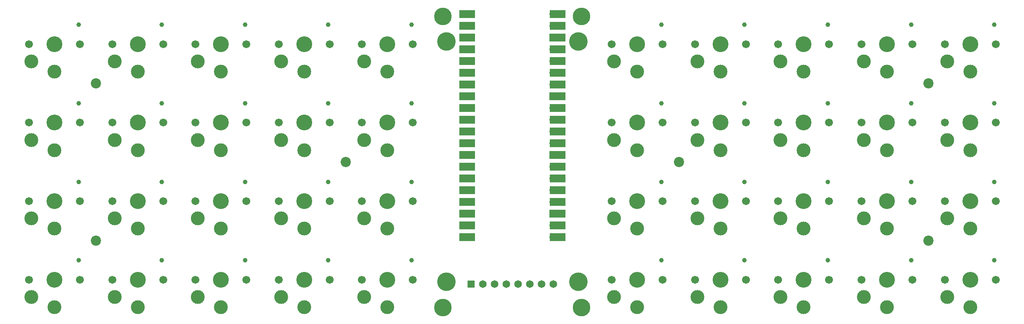
<source format=gbr>
G04 #@! TF.GenerationSoftware,KiCad,Pcbnew,(6.0.4-0)*
G04 #@! TF.CreationDate,2022-10-01T00:01:48-05:00*
G04 #@! TF.ProjectId,keezyboost40,6b65657a-7962-46f6-9f73-7434302e6b69,rev?*
G04 #@! TF.SameCoordinates,Original*
G04 #@! TF.FileFunction,Soldermask,Top*
G04 #@! TF.FilePolarity,Negative*
%FSLAX46Y46*%
G04 Gerber Fmt 4.6, Leading zero omitted, Abs format (unit mm)*
G04 Created by KiCad (PCBNEW (6.0.4-0)) date 2022-10-01 00:01:48*
%MOMM*%
%LPD*%
G01*
G04 APERTURE LIST*
%ADD10C,3.429000*%
%ADD11C,0.990600*%
%ADD12C,1.701800*%
%ADD13C,3.000000*%
%ADD14C,2.200000*%
%ADD15C,3.800000*%
%ADD16C,4.000000*%
%ADD17R,1.650000X1.650000*%
%ADD18C,1.650000*%
%ADD19O,1.700000X1.700000*%
%ADD20R,3.500000X1.700000*%
%ADD21R,1.700000X1.700000*%
G04 APERTURE END LIST*
D10*
X202000000Y-55000000D03*
D11*
X207220000Y-50800000D03*
D12*
X196500000Y-55000000D03*
D13*
X202000000Y-60950000D03*
D12*
X207500000Y-55000000D03*
D13*
X197000000Y-58750000D03*
D12*
X52500000Y-38000000D03*
X63500000Y-38000000D03*
D11*
X63220000Y-33800000D03*
D13*
X53000000Y-41750000D03*
D10*
X58000000Y-38000000D03*
D13*
X58000000Y-43950000D03*
D11*
X99220000Y-16800000D03*
D12*
X88500000Y-21000000D03*
X99500000Y-21000000D03*
D13*
X89000000Y-24750000D03*
D10*
X94000000Y-21000000D03*
D13*
X94000000Y-26950000D03*
D14*
X85000000Y-46500000D03*
D11*
X81220000Y-67800000D03*
D13*
X76000000Y-77950000D03*
X71000000Y-75750000D03*
D12*
X70500000Y-72000000D03*
D10*
X76000000Y-72000000D03*
D12*
X81500000Y-72000000D03*
D13*
X148000000Y-77950000D03*
D12*
X142500000Y-72000000D03*
D10*
X148000000Y-72000000D03*
D11*
X153220000Y-67800000D03*
D13*
X143000000Y-75750000D03*
D12*
X153500000Y-72000000D03*
D11*
X189220000Y-16800000D03*
D12*
X189500000Y-21000000D03*
D13*
X179000000Y-24750000D03*
D12*
X178500000Y-21000000D03*
D13*
X184000000Y-26950000D03*
D10*
X184000000Y-21000000D03*
D13*
X22000000Y-26950000D03*
X17000000Y-24750000D03*
D11*
X27220000Y-16800000D03*
D12*
X27500000Y-21000000D03*
X16500000Y-21000000D03*
D10*
X22000000Y-21000000D03*
D13*
X35000000Y-41750000D03*
X40000000Y-43950000D03*
D12*
X34500000Y-38000000D03*
D11*
X45220000Y-33800000D03*
D12*
X45500000Y-38000000D03*
D10*
X40000000Y-38000000D03*
D11*
X81220000Y-33800000D03*
D13*
X71000000Y-41750000D03*
D12*
X81500000Y-38000000D03*
D10*
X76000000Y-38000000D03*
D12*
X70500000Y-38000000D03*
D13*
X76000000Y-43950000D03*
D12*
X45500000Y-72000000D03*
D13*
X35000000Y-75750000D03*
D12*
X34500000Y-72000000D03*
D10*
X40000000Y-72000000D03*
D11*
X45220000Y-67800000D03*
D13*
X40000000Y-77950000D03*
X220000000Y-43950000D03*
D12*
X214500000Y-38000000D03*
X225500000Y-38000000D03*
D13*
X215000000Y-41750000D03*
D10*
X220000000Y-38000000D03*
D11*
X225220000Y-33800000D03*
D10*
X22000000Y-55000000D03*
D12*
X27500000Y-55000000D03*
D11*
X27220000Y-50800000D03*
D12*
X16500000Y-55000000D03*
D13*
X17000000Y-58750000D03*
X22000000Y-60950000D03*
D12*
X34500000Y-21000000D03*
D11*
X45220000Y-16800000D03*
D10*
X40000000Y-21000000D03*
D13*
X35000000Y-24750000D03*
D12*
X45500000Y-21000000D03*
D13*
X40000000Y-26950000D03*
D12*
X99500000Y-72000000D03*
X88500000Y-72000000D03*
D13*
X89000000Y-75750000D03*
D11*
X99220000Y-67800000D03*
D13*
X94000000Y-77950000D03*
D10*
X94000000Y-72000000D03*
D13*
X197000000Y-24750000D03*
D12*
X196500000Y-21000000D03*
D10*
X202000000Y-21000000D03*
D13*
X202000000Y-26950000D03*
D11*
X207220000Y-16800000D03*
D12*
X207500000Y-21000000D03*
D11*
X207220000Y-67800000D03*
D13*
X197000000Y-75750000D03*
D12*
X207500000Y-72000000D03*
X196500000Y-72000000D03*
D13*
X202000000Y-77950000D03*
D10*
X202000000Y-72000000D03*
D11*
X225220000Y-50800000D03*
D10*
X220000000Y-55000000D03*
D12*
X214500000Y-55000000D03*
D13*
X220000000Y-60950000D03*
X215000000Y-58750000D03*
D12*
X225500000Y-55000000D03*
D11*
X27220000Y-33800000D03*
D12*
X27500000Y-38000000D03*
D13*
X17000000Y-41750000D03*
D10*
X22000000Y-38000000D03*
D12*
X16500000Y-38000000D03*
D13*
X22000000Y-43950000D03*
X53000000Y-58750000D03*
D12*
X52500000Y-55000000D03*
D10*
X58000000Y-55000000D03*
D11*
X63220000Y-50800000D03*
D12*
X63500000Y-55000000D03*
D13*
X58000000Y-60950000D03*
D12*
X207500000Y-38000000D03*
D13*
X202000000Y-43950000D03*
D11*
X207220000Y-33800000D03*
D12*
X196500000Y-38000000D03*
D13*
X197000000Y-41750000D03*
D10*
X202000000Y-38000000D03*
D13*
X143000000Y-58750000D03*
D12*
X142500000Y-55000000D03*
D10*
X148000000Y-55000000D03*
D13*
X148000000Y-60950000D03*
D11*
X153220000Y-50800000D03*
D12*
X153500000Y-55000000D03*
X178500000Y-38000000D03*
D13*
X179000000Y-41750000D03*
D12*
X189500000Y-38000000D03*
D10*
X184000000Y-38000000D03*
D13*
X184000000Y-43950000D03*
D11*
X189220000Y-33800000D03*
D14*
X31000000Y-63500000D03*
D13*
X179000000Y-75750000D03*
D12*
X178500000Y-72000000D03*
D10*
X184000000Y-72000000D03*
D13*
X184000000Y-77950000D03*
D11*
X189220000Y-67800000D03*
D12*
X189500000Y-72000000D03*
D11*
X63220000Y-67800000D03*
D12*
X63500000Y-72000000D03*
D13*
X58000000Y-77950000D03*
D10*
X58000000Y-72000000D03*
D12*
X52500000Y-72000000D03*
D13*
X53000000Y-75750000D03*
D11*
X225220000Y-67800000D03*
D12*
X214500000Y-72000000D03*
X225500000Y-72000000D03*
D13*
X220000000Y-77950000D03*
X215000000Y-75750000D03*
D10*
X220000000Y-72000000D03*
D12*
X225500000Y-21000000D03*
D11*
X225220000Y-16800000D03*
D12*
X214500000Y-21000000D03*
D10*
X220000000Y-21000000D03*
D13*
X220000000Y-26950000D03*
X215000000Y-24750000D03*
D14*
X31000000Y-29500000D03*
D12*
X99500000Y-38000000D03*
D11*
X99220000Y-33800000D03*
D12*
X88500000Y-38000000D03*
D13*
X89000000Y-41750000D03*
D10*
X94000000Y-38000000D03*
D13*
X94000000Y-43950000D03*
D12*
X160500000Y-55000000D03*
D13*
X161000000Y-58750000D03*
X166000000Y-60950000D03*
D10*
X166000000Y-55000000D03*
D12*
X171500000Y-55000000D03*
D11*
X171220000Y-50800000D03*
X63220000Y-16800000D03*
D10*
X58000000Y-21000000D03*
D12*
X63500000Y-21000000D03*
D13*
X53000000Y-24750000D03*
X58000000Y-26950000D03*
D12*
X52500000Y-21000000D03*
D14*
X211000000Y-29500000D03*
X157000000Y-46500000D03*
X211000000Y-63500000D03*
D13*
X17000000Y-75750000D03*
D11*
X27220000Y-67800000D03*
D12*
X27500000Y-72000000D03*
D10*
X22000000Y-72000000D03*
D13*
X22000000Y-77950000D03*
D12*
X16500000Y-72000000D03*
D10*
X148000000Y-21000000D03*
D12*
X142500000Y-21000000D03*
D13*
X148000000Y-26950000D03*
D12*
X153500000Y-21000000D03*
D13*
X143000000Y-24750000D03*
D11*
X153220000Y-16800000D03*
D15*
X106000000Y-78000000D03*
X136000000Y-78000000D03*
D11*
X171220000Y-67800000D03*
D13*
X166000000Y-77950000D03*
X161000000Y-75750000D03*
D12*
X171500000Y-72000000D03*
X160500000Y-72000000D03*
D10*
X166000000Y-72000000D03*
D12*
X171500000Y-38000000D03*
D13*
X166000000Y-43950000D03*
D11*
X171220000Y-33800000D03*
D12*
X160500000Y-38000000D03*
D13*
X161000000Y-41750000D03*
D10*
X166000000Y-38000000D03*
D16*
X106750000Y-72450000D03*
X106750000Y-20450000D03*
X135250000Y-20450000D03*
X135250000Y-72450000D03*
D17*
X112110000Y-72950000D03*
D18*
X114650000Y-72950000D03*
X117190000Y-72950000D03*
X119730000Y-72950000D03*
X122270000Y-72950000D03*
X124810000Y-72950000D03*
X127350000Y-72950000D03*
X129890000Y-72950000D03*
D15*
X106000000Y-15000000D03*
D10*
X166000000Y-21000000D03*
D12*
X160500000Y-21000000D03*
X171500000Y-21000000D03*
D13*
X166000000Y-26950000D03*
D11*
X171220000Y-16800000D03*
D13*
X161000000Y-24750000D03*
D10*
X76000000Y-21000000D03*
D11*
X81220000Y-16800000D03*
D13*
X71000000Y-24750000D03*
D12*
X70500000Y-21000000D03*
D13*
X76000000Y-26950000D03*
D12*
X81500000Y-21000000D03*
D13*
X179000000Y-58750000D03*
D11*
X189220000Y-50800000D03*
D10*
X184000000Y-55000000D03*
D12*
X178500000Y-55000000D03*
D13*
X184000000Y-60950000D03*
D12*
X189500000Y-55000000D03*
D11*
X81220000Y-50800000D03*
D13*
X71000000Y-58750000D03*
D12*
X70500000Y-55000000D03*
D10*
X76000000Y-55000000D03*
D13*
X76000000Y-60950000D03*
D12*
X81500000Y-55000000D03*
D13*
X40000000Y-60950000D03*
D12*
X45500000Y-55000000D03*
D10*
X40000000Y-55000000D03*
D13*
X35000000Y-58750000D03*
D11*
X45220000Y-50800000D03*
D12*
X34500000Y-55000000D03*
D15*
X136000000Y-15000000D03*
D13*
X89000000Y-58750000D03*
D11*
X99220000Y-50800000D03*
D12*
X99500000Y-55000000D03*
D13*
X94000000Y-60950000D03*
D12*
X88500000Y-55000000D03*
D10*
X94000000Y-55000000D03*
D13*
X143000000Y-41750000D03*
D10*
X148000000Y-38000000D03*
D11*
X153220000Y-33800000D03*
D13*
X148000000Y-43950000D03*
D12*
X153500000Y-38000000D03*
X142500000Y-38000000D03*
D19*
X129890000Y-14520000D03*
D20*
X130790000Y-14520000D03*
D19*
X129890000Y-17060000D03*
D20*
X130790000Y-17060000D03*
D21*
X129890000Y-19600000D03*
D20*
X130790000Y-19600000D03*
D19*
X129890000Y-22140000D03*
D20*
X130790000Y-22140000D03*
X130790000Y-24680000D03*
D19*
X129890000Y-24680000D03*
D20*
X130790000Y-27220000D03*
D19*
X129890000Y-27220000D03*
X129890000Y-29760000D03*
D20*
X130790000Y-29760000D03*
D21*
X129890000Y-32300000D03*
D20*
X130790000Y-32300000D03*
D19*
X129890000Y-34840000D03*
D20*
X130790000Y-34840000D03*
D19*
X129890000Y-37380000D03*
D20*
X130790000Y-37380000D03*
D19*
X129890000Y-39920000D03*
D20*
X130790000Y-39920000D03*
X130790000Y-42460000D03*
D19*
X129890000Y-42460000D03*
D21*
X129890000Y-45000000D03*
D20*
X130790000Y-45000000D03*
X130790000Y-47540000D03*
D19*
X129890000Y-47540000D03*
X129890000Y-50080000D03*
D20*
X130790000Y-50080000D03*
X130790000Y-52620000D03*
D19*
X129890000Y-52620000D03*
D20*
X130790000Y-55160000D03*
D19*
X129890000Y-55160000D03*
D20*
X130790000Y-57700000D03*
D21*
X129890000Y-57700000D03*
D20*
X130790000Y-60240000D03*
D19*
X129890000Y-60240000D03*
X129890000Y-62780000D03*
D20*
X130790000Y-62780000D03*
X111210000Y-62780000D03*
D19*
X112110000Y-62780000D03*
X112110000Y-60240000D03*
D20*
X111210000Y-60240000D03*
X111210000Y-57700000D03*
D21*
X112110000Y-57700000D03*
D20*
X111210000Y-55160000D03*
D19*
X112110000Y-55160000D03*
D20*
X111210000Y-52620000D03*
D19*
X112110000Y-52620000D03*
D20*
X111210000Y-50080000D03*
D19*
X112110000Y-50080000D03*
D20*
X111210000Y-47540000D03*
D19*
X112110000Y-47540000D03*
D21*
X112110000Y-45000000D03*
D20*
X111210000Y-45000000D03*
D19*
X112110000Y-42460000D03*
D20*
X111210000Y-42460000D03*
X111210000Y-39920000D03*
D19*
X112110000Y-39920000D03*
D20*
X111210000Y-37380000D03*
D19*
X112110000Y-37380000D03*
D20*
X111210000Y-34840000D03*
D19*
X112110000Y-34840000D03*
D21*
X112110000Y-32300000D03*
D20*
X111210000Y-32300000D03*
X111210000Y-29760000D03*
D19*
X112110000Y-29760000D03*
X112110000Y-27220000D03*
D20*
X111210000Y-27220000D03*
X111210000Y-24680000D03*
D19*
X112110000Y-24680000D03*
D20*
X111210000Y-22140000D03*
D19*
X112110000Y-22140000D03*
D21*
X112110000Y-19600000D03*
D20*
X111210000Y-19600000D03*
X111210000Y-17060000D03*
D19*
X112110000Y-17060000D03*
X112110000Y-14520000D03*
D20*
X111210000Y-14520000D03*
M02*

</source>
